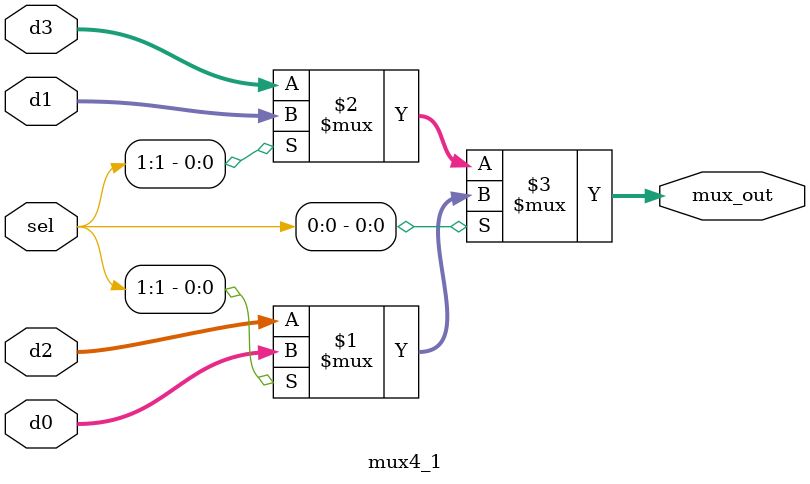
<source format=v>
`timescale 1ns/1ns
module mux4_1(
input [1:0]d1,d2,d3,d0,
input [1:0]sel,
output[1:0]mux_out
);
//*************code***********//
assign mux_out=sel[0]?(sel[1]?d0:d2):(sel[1]?d1:d3);
//*************code***********//
endmodule

</source>
